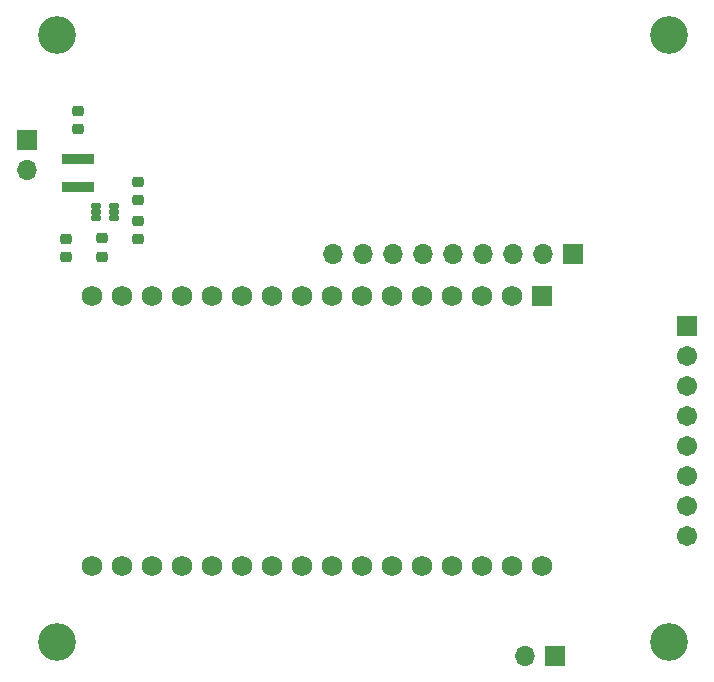
<source format=gbr>
%TF.GenerationSoftware,KiCad,Pcbnew,9.0.0*%
%TF.CreationDate,2026-02-03T13:11:21-06:00*%
%TF.ProjectId,FiltSure Prototype Three,46696c74-5375-4726-9520-50726f746f74,rev?*%
%TF.SameCoordinates,Original*%
%TF.FileFunction,Soldermask,Top*%
%TF.FilePolarity,Negative*%
%FSLAX46Y46*%
G04 Gerber Fmt 4.6, Leading zero omitted, Abs format (unit mm)*
G04 Created by KiCad (PCBNEW 9.0.0) date 2026-02-03 13:11:21*
%MOMM*%
%LPD*%
G01*
G04 APERTURE LIST*
G04 Aperture macros list*
%AMRoundRect*
0 Rectangle with rounded corners*
0 $1 Rounding radius*
0 $2 $3 $4 $5 $6 $7 $8 $9 X,Y pos of 4 corners*
0 Add a 4 corners polygon primitive as box body*
4,1,4,$2,$3,$4,$5,$6,$7,$8,$9,$2,$3,0*
0 Add four circle primitives for the rounded corners*
1,1,$1+$1,$2,$3*
1,1,$1+$1,$4,$5*
1,1,$1+$1,$6,$7*
1,1,$1+$1,$8,$9*
0 Add four rect primitives between the rounded corners*
20,1,$1+$1,$2,$3,$4,$5,0*
20,1,$1+$1,$4,$5,$6,$7,0*
20,1,$1+$1,$6,$7,$8,$9,0*
20,1,$1+$1,$8,$9,$2,$3,0*%
G04 Aperture macros list end*
%ADD10RoundRect,0.102000X0.335000X0.150000X-0.335000X0.150000X-0.335000X-0.150000X0.335000X-0.150000X0*%
%ADD11R,2.800000X0.850000*%
%ADD12C,3.200000*%
%ADD13RoundRect,0.225000X-0.250000X0.225000X-0.250000X-0.225000X0.250000X-0.225000X0.250000X0.225000X0*%
%ADD14RoundRect,0.225000X0.250000X-0.225000X0.250000X0.225000X-0.250000X0.225000X-0.250000X-0.225000X0*%
%ADD15R,1.700000X1.700000*%
%ADD16O,1.700000X1.700000*%
%ADD17RoundRect,0.102000X-0.762000X0.762000X-0.762000X-0.762000X0.762000X-0.762000X0.762000X0.762000X0*%
%ADD18C,1.728000*%
%ADD19C,1.712000*%
%ADD20RoundRect,0.102000X-0.754000X0.754000X-0.754000X-0.754000X0.754000X-0.754000X0.754000X0.754000X0*%
G04 APERTURE END LIST*
D10*
%TO.C,U1*%
X102673600Y-83444600D03*
X102673600Y-82944603D03*
X102673600Y-82444600D03*
X101193600Y-82444600D03*
X101193600Y-82944603D03*
X101193600Y-83444600D03*
%TD*%
D11*
%TO.C,L1*%
X99669600Y-80825600D03*
X99669600Y-78475600D03*
%TD*%
D12*
%TO.C,H4*%
X149707600Y-119383800D03*
%TD*%
D13*
%TO.C,R1*%
X104749600Y-83701600D03*
X104749600Y-85251600D03*
%TD*%
D14*
%TO.C,C1*%
X99669600Y-75986600D03*
X99669600Y-74436600D03*
%TD*%
D12*
%TO.C,H1*%
X149707600Y-68000000D03*
%TD*%
D15*
%TO.C,J1*%
X95351600Y-76851600D03*
D16*
X95351600Y-79391600D03*
%TD*%
D13*
%TO.C,C3*%
X101701600Y-85212600D03*
X101701600Y-86762600D03*
%TD*%
D12*
%TO.C,H3*%
X97891600Y-119383800D03*
%TD*%
D15*
%TO.C,J2*%
X140060600Y-120544600D03*
D16*
X137520600Y-120544600D03*
%TD*%
D13*
%TO.C,R2*%
X104749600Y-80399600D03*
X104749600Y-81949600D03*
%TD*%
D12*
%TO.C,H2*%
X97891600Y-68000000D03*
%TD*%
D17*
%TO.C,U2*%
X138980600Y-90064600D03*
D18*
X136440600Y-90064600D03*
X133900600Y-90064600D03*
X131360600Y-90064600D03*
X128820600Y-90064600D03*
X126280600Y-90064600D03*
X123740600Y-90064600D03*
X121200600Y-90064600D03*
X118660600Y-90064600D03*
X116120600Y-90064600D03*
X113580600Y-90064600D03*
X111040600Y-90064600D03*
X108500600Y-90064600D03*
X105960600Y-90064600D03*
X103420600Y-90064600D03*
X100880600Y-90064600D03*
X138980600Y-112924600D03*
X136440600Y-112924600D03*
X133900600Y-112924600D03*
X131360600Y-112924600D03*
X128820600Y-112924600D03*
X126280600Y-112924600D03*
X123740600Y-112924600D03*
X121200600Y-112924600D03*
X118660600Y-112924600D03*
X116120600Y-112924600D03*
X113580600Y-112924600D03*
X111040600Y-112924600D03*
X108500600Y-112924600D03*
X105960600Y-112924600D03*
X103420600Y-112924600D03*
X100880600Y-112924600D03*
%TD*%
D13*
%TO.C,C2*%
X98653600Y-85225600D03*
X98653600Y-86775600D03*
%TD*%
D16*
%TO.C,U4*%
X136499600Y-86508600D03*
X133959600Y-86508600D03*
X131419600Y-86508600D03*
X139039600Y-86508600D03*
D15*
X141579600Y-86508600D03*
D16*
X126339600Y-86508600D03*
X123799600Y-86508600D03*
X121259600Y-86508600D03*
X128879600Y-86508600D03*
%TD*%
D19*
%TO.C,M1*%
X151231600Y-110384600D03*
X151231600Y-107844600D03*
X151231600Y-105304600D03*
X151231600Y-102764600D03*
X151231600Y-100224600D03*
X151231600Y-97684600D03*
X151231600Y-95144600D03*
D20*
X151231600Y-92604600D03*
%TD*%
M02*

</source>
